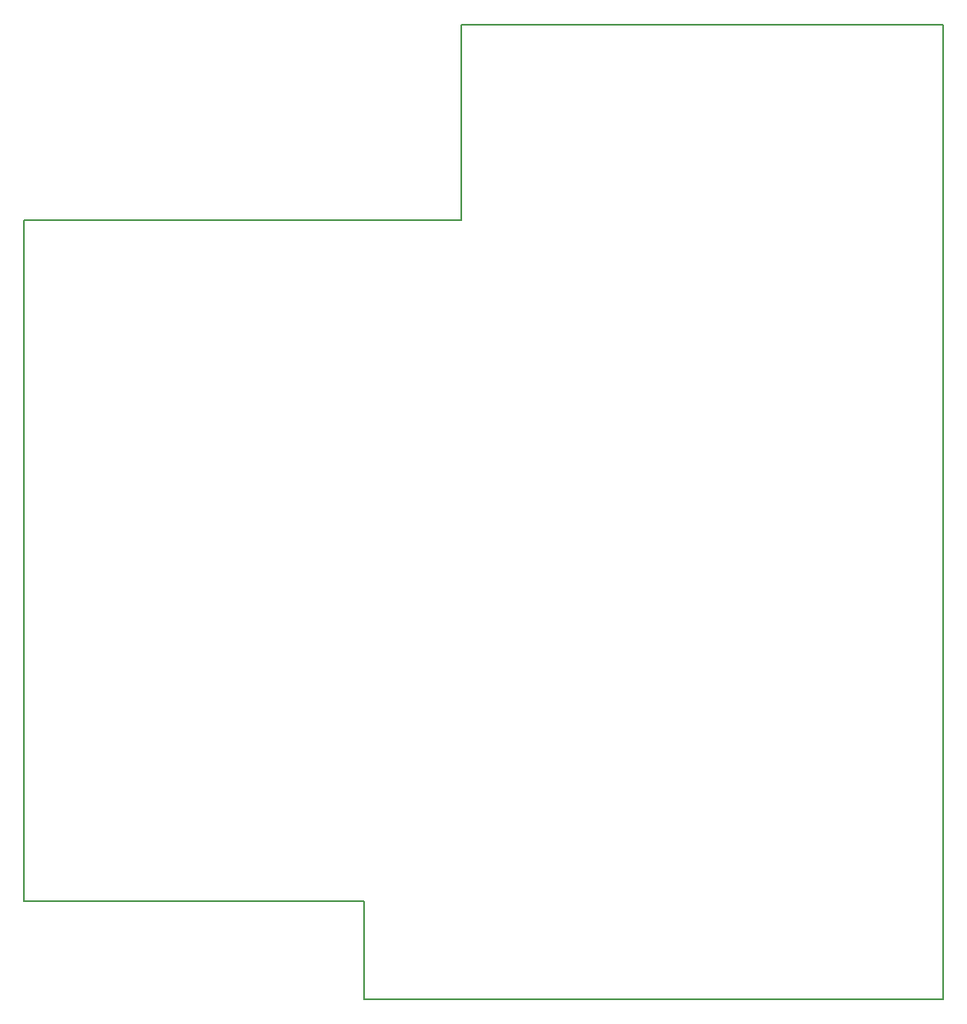
<source format=gbr>
G04 #@! TF.GenerationSoftware,KiCad,Pcbnew,5.0.2+dfsg1-1*
G04 #@! TF.CreationDate,2020-12-14T19:14:29+08:00*
G04 #@! TF.ProjectId,digital-amplifier2,64696769-7461-46c2-9d61-6d706c696669,rev?*
G04 #@! TF.SameCoordinates,Original*
G04 #@! TF.FileFunction,Profile,NP*
%FSLAX46Y46*%
G04 Gerber Fmt 4.6, Leading zero omitted, Abs format (unit mm)*
G04 Created by KiCad (PCBNEW 5.0.2+dfsg1-1) date 2020年12月14日 星期一 19时14分29秒*
%MOMM*%
%LPD*%
G01*
G04 APERTURE LIST*
%ADD10C,0.150000*%
G04 APERTURE END LIST*
D10*
X85000000Y-140000000D02*
X85000000Y-150000000D01*
X50000000Y-140000000D02*
X85000000Y-140000000D01*
X95000000Y-70000000D02*
X95000000Y-50000000D01*
X50000000Y-70000000D02*
X95000000Y-70000000D01*
X95000000Y-50000000D02*
X144500000Y-50000000D01*
X144500000Y-150000000D02*
X144500000Y-50000000D01*
X85000000Y-150000000D02*
X144500000Y-150000000D01*
X50000000Y-70000000D02*
X50000000Y-140000000D01*
M02*

</source>
